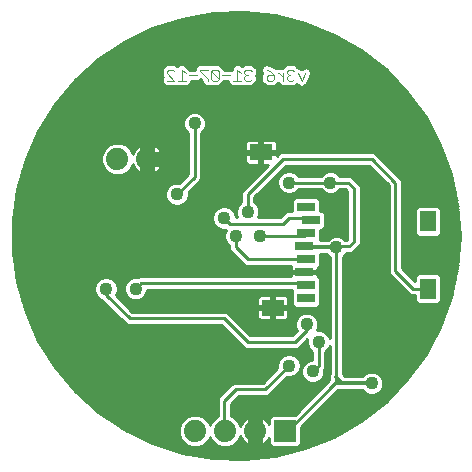
<source format=gbl>
G75*
G70*
%OFA0B0*%
%FSLAX24Y24*%
%IPPOS*%
%LPD*%
%AMOC8*
5,1,8,0,0,1.08239X$1,22.5*
%
%ADD10C,0.0030*%
%ADD11R,0.0551X0.0709*%
%ADD12R,0.0748X0.0551*%
%ADD13R,0.0591X0.0315*%
%ADD14R,0.0740X0.0740*%
%ADD15C,0.0740*%
%ADD16C,0.0436*%
%ADD17C,0.0100*%
%ADD18C,0.0500*%
%ADD19C,0.0120*%
D10*
X005532Y012993D02*
X005779Y012993D01*
X005532Y013240D01*
X005532Y013302D01*
X005594Y013364D01*
X005717Y013364D01*
X005779Y013302D01*
X005900Y012993D02*
X006147Y012993D01*
X006024Y012993D02*
X006024Y013364D01*
X006147Y013240D01*
X006269Y013179D02*
X006516Y013179D01*
X006637Y013302D02*
X006637Y013364D01*
X006884Y013364D01*
X007005Y013302D02*
X007252Y013055D01*
X007190Y012993D01*
X007067Y012993D01*
X007005Y013055D01*
X007005Y013302D01*
X007067Y013364D01*
X007190Y013364D01*
X007252Y013302D01*
X007252Y013055D01*
X007374Y013179D02*
X007620Y013179D01*
X007742Y012993D02*
X007989Y012993D01*
X007865Y012993D02*
X007865Y013364D01*
X007989Y013240D01*
X008110Y013240D02*
X008172Y013179D01*
X008110Y013117D01*
X008110Y013055D01*
X008172Y012993D01*
X008295Y012993D01*
X008357Y013055D01*
X008234Y013179D02*
X008172Y013179D01*
X008110Y013240D02*
X008110Y013302D01*
X008172Y013364D01*
X008295Y013364D01*
X008357Y013302D01*
X008847Y013364D02*
X008970Y013302D01*
X009094Y013179D01*
X008909Y013179D01*
X008847Y013117D01*
X008847Y013055D01*
X008909Y012993D01*
X009032Y012993D01*
X009094Y013055D01*
X009094Y013179D01*
X009216Y013240D02*
X009277Y013240D01*
X009401Y013117D01*
X009522Y013117D02*
X009522Y013055D01*
X009584Y012993D01*
X009707Y012993D01*
X009769Y013055D01*
X009646Y013179D02*
X009584Y013179D01*
X009522Y013117D01*
X009584Y013179D02*
X009522Y013240D01*
X009522Y013302D01*
X009584Y013364D01*
X009707Y013364D01*
X009769Y013302D01*
X009890Y013240D02*
X010014Y012993D01*
X010137Y013240D01*
X009401Y013240D02*
X009401Y012993D01*
X006884Y013055D02*
X006884Y012993D01*
X006884Y013055D02*
X006637Y013302D01*
D11*
X014229Y008304D03*
X014229Y006059D03*
D12*
X009052Y005430D03*
X008658Y010607D03*
D13*
X010174Y008772D03*
X010331Y008339D03*
X010174Y007906D03*
X010095Y007473D03*
X010174Y007040D03*
X010095Y006607D03*
X010174Y006174D03*
X010174Y005741D03*
D14*
X009464Y001319D03*
D15*
X008464Y001319D03*
X007464Y001319D03*
X006464Y001319D03*
X004874Y010386D03*
X003874Y010386D03*
D16*
X005367Y011863D03*
X006449Y011567D03*
X005859Y009205D03*
X007433Y008418D03*
X007827Y007827D03*
X008615Y007827D03*
X008221Y008615D03*
X009599Y009599D03*
X010977Y009599D03*
X011075Y008811D03*
X011174Y007433D03*
X012059Y006941D03*
X012453Y008615D03*
X014717Y007237D03*
X010583Y004284D03*
X010189Y004874D03*
X009599Y003496D03*
X010386Y003300D03*
X009796Y002512D03*
X008516Y003693D03*
X011370Y001922D03*
X012355Y002906D03*
X004678Y007237D03*
X004481Y006056D03*
X003496Y006056D03*
X003890Y004481D03*
X001528Y005071D03*
X001331Y007729D03*
X003496Y013142D03*
X011075Y013536D03*
D17*
X001794Y003444D02*
X002463Y002647D01*
X003236Y001951D01*
X004099Y001369D01*
X005034Y000913D01*
X006023Y000592D01*
X007048Y000411D01*
X008087Y000375D01*
X009122Y000483D01*
X010132Y000735D01*
X011096Y001125D01*
X011997Y001645D01*
X012817Y002285D01*
X013540Y003034D01*
X014151Y003875D01*
X014640Y004794D01*
X014995Y005772D01*
X015212Y006789D01*
X015284Y007827D01*
X015212Y008865D01*
X014995Y009883D01*
X014640Y010860D01*
X014151Y011779D01*
X013540Y012621D01*
X012817Y013369D01*
X012817Y013369D01*
X011997Y014009D01*
X011997Y014009D01*
X011096Y014530D01*
X010132Y014919D01*
X009122Y015171D01*
X008087Y015280D01*
X007048Y015243D01*
X006023Y015063D01*
X005034Y014741D01*
X004099Y014285D01*
X003236Y013703D01*
X002463Y013007D01*
X001794Y012210D01*
X001243Y011328D01*
X000820Y010378D01*
X000533Y009378D01*
X000388Y008347D01*
X000388Y007307D01*
X000533Y006277D01*
X000820Y005277D01*
X001243Y004326D01*
X001794Y003444D01*
X001831Y003401D02*
X009192Y003401D01*
X009211Y003419D02*
X008720Y002929D01*
X007736Y002929D01*
X007342Y002535D01*
X007213Y002406D01*
X007213Y001800D01*
X007158Y001777D01*
X007006Y001625D01*
X006964Y001523D01*
X006922Y001625D01*
X006770Y001777D01*
X006571Y001859D01*
X006357Y001859D01*
X006158Y001777D01*
X006006Y001625D01*
X005924Y001427D01*
X005924Y001212D01*
X006006Y001014D01*
X006158Y000862D01*
X006357Y000779D01*
X006571Y000779D01*
X006770Y000862D01*
X006922Y001014D01*
X006964Y001115D01*
X007006Y001014D01*
X007158Y000862D01*
X007357Y000779D01*
X007571Y000779D01*
X007770Y000862D01*
X007922Y001014D01*
X007975Y001142D01*
X007982Y001120D01*
X008019Y001047D01*
X008067Y000981D01*
X008125Y000923D01*
X008191Y000875D01*
X008264Y000838D01*
X008342Y000812D01*
X008414Y000801D01*
X008414Y001269D01*
X008514Y001269D01*
X008514Y000801D01*
X008586Y000812D01*
X008664Y000838D01*
X008737Y000875D01*
X008803Y000923D01*
X008861Y000981D01*
X008909Y001047D01*
X008924Y001077D01*
X008924Y000879D01*
X009024Y000779D01*
X009904Y000779D01*
X010004Y000879D01*
X010004Y001453D01*
X011227Y002676D01*
X012036Y002676D01*
X012135Y002577D01*
X012278Y002518D01*
X012432Y002518D01*
X012575Y002577D01*
X012684Y002686D01*
X012743Y002829D01*
X012743Y002983D01*
X012684Y003126D01*
X012575Y003235D01*
X012432Y003294D01*
X012278Y003294D01*
X012135Y003235D01*
X012036Y003136D01*
X011466Y003136D01*
X011394Y003208D01*
X011394Y007105D01*
X011503Y007214D01*
X011519Y007253D01*
X011698Y007253D01*
X011855Y007410D01*
X011984Y007539D01*
X011984Y009493D01*
X011787Y009690D01*
X011658Y009819D01*
X011306Y009819D01*
X011197Y009928D01*
X011054Y009987D01*
X010900Y009987D01*
X010757Y009928D01*
X010648Y009819D01*
X009928Y009819D01*
X009819Y009928D01*
X009676Y009987D01*
X009522Y009987D01*
X009379Y009928D01*
X009270Y009819D01*
X009211Y009676D01*
X009211Y009522D01*
X009270Y009379D01*
X009379Y009270D01*
X009522Y009211D01*
X009676Y009211D01*
X009819Y009270D01*
X009928Y009379D01*
X010648Y009379D01*
X010757Y009270D01*
X010900Y009211D01*
X011054Y009211D01*
X011197Y009270D01*
X011306Y009379D01*
X011476Y009379D01*
X011544Y009311D01*
X011544Y007721D01*
X011516Y007693D01*
X011463Y007693D01*
X011393Y007762D01*
X011251Y007822D01*
X011096Y007822D01*
X010954Y007762D01*
X010884Y007693D01*
X010639Y007693D01*
X010639Y008011D01*
X010697Y008011D01*
X010796Y008111D01*
X010796Y008567D01*
X010697Y008666D01*
X010639Y008666D01*
X010639Y009000D01*
X010539Y009100D01*
X009808Y009100D01*
X009708Y009000D01*
X009708Y008638D01*
X009508Y008638D01*
X009379Y008509D01*
X009311Y008441D01*
X008569Y008441D01*
X008609Y008537D01*
X008609Y008692D01*
X008550Y008834D01*
X008441Y008943D01*
X008441Y009114D01*
X009493Y010166D01*
X012264Y010166D01*
X012922Y009508D01*
X012922Y006555D01*
X013051Y006426D01*
X013638Y005839D01*
X013783Y005839D01*
X013783Y005635D01*
X013883Y005535D01*
X014575Y005535D01*
X014674Y005635D01*
X014674Y006484D01*
X014575Y006584D01*
X013883Y006584D01*
X013783Y006484D01*
X013783Y006316D01*
X013362Y006737D01*
X013362Y009690D01*
X012575Y010477D01*
X012446Y010606D01*
X009311Y010606D01*
X009182Y010477D01*
X009182Y010557D01*
X008708Y010557D01*
X008708Y010657D01*
X008608Y010657D01*
X008608Y011032D01*
X008264Y011032D01*
X008226Y011022D01*
X008192Y011002D01*
X008164Y010974D01*
X008144Y010940D01*
X008134Y010902D01*
X008134Y010657D01*
X008608Y010657D01*
X008608Y010557D01*
X008134Y010557D01*
X008134Y010311D01*
X008144Y010273D01*
X008164Y010239D01*
X008192Y010211D01*
X008226Y010191D01*
X008264Y010181D01*
X008608Y010181D01*
X008608Y010557D01*
X008708Y010557D01*
X008708Y010181D01*
X008886Y010181D01*
X008130Y009425D01*
X008001Y009296D01*
X008001Y008943D01*
X007892Y008834D01*
X007833Y008692D01*
X007833Y008537D01*
X007873Y008441D01*
X007822Y008441D01*
X007822Y008495D01*
X007762Y008638D01*
X007653Y008747D01*
X007511Y008806D01*
X007356Y008806D01*
X007214Y008747D01*
X007104Y008638D01*
X007045Y008495D01*
X007045Y008341D01*
X007104Y008198D01*
X007214Y008089D01*
X007356Y008030D01*
X007491Y008030D01*
X007439Y007904D01*
X007439Y007750D01*
X007498Y007607D01*
X007607Y007498D01*
X007607Y007342D01*
X008001Y006949D01*
X008130Y006820D01*
X009659Y006820D01*
X009650Y006784D01*
X009650Y006635D01*
X010066Y006635D01*
X010066Y006578D01*
X009650Y006578D01*
X009650Y006472D01*
X004586Y006472D01*
X004558Y006444D01*
X004404Y006444D01*
X004261Y006385D01*
X004152Y006275D01*
X004093Y006133D01*
X004093Y005978D01*
X004152Y005836D01*
X004261Y005726D01*
X004404Y005667D01*
X004558Y005667D01*
X004701Y005726D01*
X004810Y005836D01*
X004869Y005978D01*
X004869Y006032D01*
X009708Y006032D01*
X009708Y005513D01*
X009808Y005413D01*
X010539Y005413D01*
X010639Y005513D01*
X010639Y006402D01*
X010540Y006500D01*
X010540Y006578D01*
X010124Y006578D01*
X010124Y006635D01*
X010540Y006635D01*
X010540Y006713D01*
X010639Y006812D01*
X010639Y007213D01*
X010845Y007213D01*
X010954Y007105D01*
X010954Y004403D01*
X010912Y004504D01*
X010803Y004613D01*
X010660Y004672D01*
X010526Y004672D01*
X010577Y004797D01*
X010577Y004952D01*
X010518Y005094D01*
X010409Y005203D01*
X010267Y005263D01*
X010112Y005263D01*
X009970Y005203D01*
X009860Y005094D01*
X009801Y004952D01*
X009801Y004797D01*
X009859Y004658D01*
X009705Y004504D01*
X008312Y004504D01*
X007525Y005291D01*
X004375Y005291D01*
X003827Y005839D01*
X003885Y005978D01*
X003885Y006133D01*
X003825Y006275D01*
X003716Y006385D01*
X003574Y006444D01*
X003419Y006444D01*
X003277Y006385D01*
X003167Y006275D01*
X003108Y006133D01*
X003108Y005978D01*
X003167Y005836D01*
X003277Y005726D01*
X003346Y005698D01*
X004064Y004980D01*
X004193Y004851D01*
X007342Y004851D01*
X008001Y004193D01*
X008130Y004064D01*
X009887Y004064D01*
X010016Y004193D01*
X010203Y004380D01*
X010195Y004361D01*
X010195Y004207D01*
X010254Y004064D01*
X010363Y003955D01*
X010363Y003688D01*
X010309Y003688D01*
X010166Y003629D01*
X010057Y003519D01*
X009998Y003377D01*
X009998Y003222D01*
X010057Y003080D01*
X010166Y002971D01*
X010309Y002911D01*
X010463Y002911D01*
X010606Y002971D01*
X010715Y003080D01*
X010774Y003222D01*
X010774Y003377D01*
X010803Y003405D01*
X010803Y003955D01*
X010912Y004064D01*
X010954Y004164D01*
X010954Y003208D01*
X010944Y003198D01*
X010944Y003015D01*
X009788Y001859D01*
X009024Y001859D01*
X008924Y001760D01*
X008924Y001562D01*
X008909Y001592D01*
X008861Y001658D01*
X008803Y001716D01*
X008737Y001764D01*
X008664Y001801D01*
X008586Y001827D01*
X008514Y001838D01*
X008514Y001369D01*
X008414Y001369D01*
X008414Y001838D01*
X008342Y001827D01*
X008264Y001801D01*
X008191Y001764D01*
X008125Y001716D01*
X008067Y001658D01*
X008019Y001592D01*
X007982Y001519D01*
X007975Y001497D01*
X007922Y001625D01*
X007770Y001777D01*
X007653Y001825D01*
X007653Y002224D01*
X007918Y002489D01*
X008903Y002489D01*
X009031Y002618D01*
X009522Y003108D01*
X009676Y003108D01*
X009819Y003167D01*
X009928Y003277D01*
X009987Y003419D01*
X009987Y003574D01*
X009928Y003716D01*
X009819Y003825D01*
X009676Y003885D01*
X009522Y003885D01*
X009379Y003825D01*
X009270Y003716D01*
X009211Y003574D01*
X009211Y003419D01*
X009211Y003499D02*
X001760Y003499D01*
X001698Y003598D02*
X009221Y003598D01*
X009261Y003696D02*
X001637Y003696D01*
X001575Y003795D02*
X009348Y003795D01*
X009599Y003496D02*
X008811Y002709D01*
X007827Y002709D01*
X007433Y002315D01*
X007433Y001350D01*
X007464Y001319D01*
X007082Y000938D02*
X006846Y000938D01*
X006931Y001037D02*
X006997Y001037D01*
X007212Y000840D02*
X006716Y000840D01*
X006293Y000544D02*
X009366Y000544D01*
X008964Y000840D02*
X008667Y000840D01*
X008514Y000840D02*
X008414Y000840D01*
X008414Y000938D02*
X008514Y000938D01*
X008514Y001037D02*
X008414Y001037D01*
X008414Y001135D02*
X008514Y001135D01*
X008514Y001234D02*
X008414Y001234D01*
X008414Y001431D02*
X008514Y001431D01*
X008514Y001529D02*
X008414Y001529D01*
X008414Y001628D02*
X008514Y001628D01*
X008514Y001726D02*
X008414Y001726D01*
X008414Y001825D02*
X008514Y001825D01*
X008592Y001825D02*
X008989Y001825D01*
X008924Y001726D02*
X008789Y001726D01*
X008883Y001628D02*
X008924Y001628D01*
X008336Y001825D02*
X007656Y001825D01*
X007653Y001923D02*
X009852Y001923D01*
X009950Y002022D02*
X007653Y002022D01*
X007653Y002120D02*
X010049Y002120D01*
X010147Y002219D02*
X007653Y002219D01*
X007746Y002317D02*
X010246Y002317D01*
X010344Y002416D02*
X007845Y002416D01*
X007518Y002711D02*
X002409Y002711D01*
X002327Y002810D02*
X007616Y002810D01*
X007715Y002908D02*
X002244Y002908D01*
X002161Y003007D02*
X008798Y003007D01*
X008896Y003105D02*
X002079Y003105D01*
X001996Y003204D02*
X008995Y003204D01*
X009093Y003302D02*
X001913Y003302D01*
X001514Y003893D02*
X010363Y003893D01*
X010363Y003795D02*
X009850Y003795D01*
X009936Y003696D02*
X010363Y003696D01*
X010583Y003496D02*
X010386Y003300D01*
X010583Y003496D02*
X010583Y004284D01*
X010327Y003992D02*
X001452Y003992D01*
X001390Y004090D02*
X008104Y004090D01*
X008005Y004189D02*
X001329Y004189D01*
X001267Y004287D02*
X007907Y004287D01*
X007808Y004386D02*
X001216Y004386D01*
X001173Y004484D02*
X007710Y004484D01*
X007611Y004583D02*
X001129Y004583D01*
X001085Y004681D02*
X007513Y004681D01*
X007414Y004780D02*
X001041Y004780D01*
X000997Y004878D02*
X004166Y004878D01*
X004067Y004977D02*
X000953Y004977D01*
X000910Y005075D02*
X003969Y005075D01*
X003870Y005174D02*
X000866Y005174D01*
X000822Y005272D02*
X003772Y005272D01*
X003673Y005371D02*
X000793Y005371D01*
X000765Y005469D02*
X003575Y005469D01*
X003476Y005568D02*
X000736Y005568D01*
X000708Y005666D02*
X003378Y005666D01*
X003239Y005765D02*
X000680Y005765D01*
X000652Y005863D02*
X003156Y005863D01*
X003115Y005962D02*
X000623Y005962D01*
X000595Y006060D02*
X003108Y006060D01*
X003119Y006159D02*
X000567Y006159D01*
X000539Y006257D02*
X003160Y006257D01*
X003248Y006356D02*
X000522Y006356D01*
X000508Y006454D02*
X004568Y006454D01*
X004678Y006252D02*
X010095Y006252D01*
X010174Y006174D01*
X010639Y006159D02*
X010954Y006159D01*
X010954Y006257D02*
X010639Y006257D01*
X010639Y006356D02*
X010954Y006356D01*
X010954Y006454D02*
X010586Y006454D01*
X010540Y006553D02*
X010954Y006553D01*
X010954Y006651D02*
X010540Y006651D01*
X010577Y006750D02*
X010954Y006750D01*
X010954Y006848D02*
X010639Y006848D01*
X010639Y006947D02*
X010954Y006947D01*
X010954Y007045D02*
X010639Y007045D01*
X010639Y007144D02*
X010915Y007144D01*
X011174Y007433D02*
X011174Y003103D01*
X011174Y002906D01*
X011146Y002906D01*
X009559Y001319D01*
X009464Y001319D01*
X010004Y001332D02*
X011455Y001332D01*
X011285Y001234D02*
X010004Y001234D01*
X010004Y001135D02*
X011114Y001135D01*
X010878Y001037D02*
X010004Y001037D01*
X010004Y000938D02*
X010634Y000938D01*
X010390Y000840D02*
X009964Y000840D01*
X010146Y000741D02*
X005563Y000741D01*
X005260Y000840D02*
X006212Y000840D01*
X006082Y000938D02*
X004982Y000938D01*
X004780Y001037D02*
X005997Y001037D01*
X005956Y001135D02*
X004578Y001135D01*
X004377Y001234D02*
X005924Y001234D01*
X005924Y001332D02*
X004175Y001332D01*
X004008Y001431D02*
X005926Y001431D01*
X005966Y001529D02*
X003861Y001529D01*
X003715Y001628D02*
X006008Y001628D01*
X006107Y001726D02*
X003569Y001726D01*
X003423Y001825D02*
X006272Y001825D01*
X006656Y001825D02*
X007213Y001825D01*
X007213Y001923D02*
X003277Y001923D01*
X003158Y002022D02*
X007213Y002022D01*
X007213Y002120D02*
X003048Y002120D01*
X002939Y002219D02*
X007213Y002219D01*
X007213Y002317D02*
X002829Y002317D01*
X002720Y002416D02*
X007222Y002416D01*
X007321Y002514D02*
X002611Y002514D01*
X002501Y002613D02*
X007419Y002613D01*
X007107Y001726D02*
X006821Y001726D01*
X006920Y001628D02*
X007008Y001628D01*
X006966Y001529D02*
X006962Y001529D01*
X007821Y001726D02*
X008139Y001726D01*
X008045Y001628D02*
X007920Y001628D01*
X007962Y001529D02*
X007987Y001529D01*
X007972Y001135D02*
X007977Y001135D01*
X007931Y001037D02*
X008027Y001037D01*
X008110Y000938D02*
X007846Y000938D01*
X007716Y000840D02*
X008261Y000840D01*
X008763Y000446D02*
X006851Y000446D01*
X005866Y000643D02*
X009761Y000643D01*
X010004Y001431D02*
X011626Y001431D01*
X011796Y001529D02*
X010080Y001529D01*
X010179Y001628D02*
X011967Y001628D01*
X012101Y001726D02*
X010277Y001726D01*
X010376Y001825D02*
X012227Y001825D01*
X012353Y001923D02*
X010474Y001923D01*
X010573Y002022D02*
X012479Y002022D01*
X012605Y002120D02*
X010671Y002120D01*
X010770Y002219D02*
X012731Y002219D01*
X012847Y002317D02*
X010868Y002317D01*
X010967Y002416D02*
X012943Y002416D01*
X013038Y002514D02*
X011065Y002514D01*
X011164Y002613D02*
X012099Y002613D01*
X012610Y002613D02*
X013133Y002613D01*
X013228Y002711D02*
X012694Y002711D01*
X012735Y002810D02*
X013323Y002810D01*
X013418Y002908D02*
X012743Y002908D01*
X012733Y003007D02*
X013513Y003007D01*
X013591Y003105D02*
X012692Y003105D01*
X012606Y003204D02*
X013663Y003204D01*
X013735Y003302D02*
X011394Y003302D01*
X011394Y003401D02*
X013806Y003401D01*
X013878Y003499D02*
X011394Y003499D01*
X011394Y003598D02*
X013949Y003598D01*
X014021Y003696D02*
X011394Y003696D01*
X011394Y003795D02*
X014092Y003795D01*
X014161Y003893D02*
X011394Y003893D01*
X011394Y003992D02*
X014213Y003992D01*
X014265Y004090D02*
X011394Y004090D01*
X011394Y004189D02*
X014318Y004189D01*
X014370Y004287D02*
X011394Y004287D01*
X011394Y004386D02*
X014422Y004386D01*
X014475Y004484D02*
X011394Y004484D01*
X011394Y004583D02*
X014527Y004583D01*
X014580Y004681D02*
X011394Y004681D01*
X011394Y004780D02*
X014632Y004780D01*
X014670Y004878D02*
X011394Y004878D01*
X011394Y004977D02*
X014706Y004977D01*
X014742Y005075D02*
X011394Y005075D01*
X011394Y005174D02*
X014778Y005174D01*
X014814Y005272D02*
X011394Y005272D01*
X011394Y005371D02*
X014849Y005371D01*
X014885Y005469D02*
X011394Y005469D01*
X011394Y005568D02*
X013850Y005568D01*
X013783Y005666D02*
X011394Y005666D01*
X011394Y005765D02*
X013783Y005765D01*
X013614Y005863D02*
X011394Y005863D01*
X011394Y005962D02*
X013516Y005962D01*
X013417Y006060D02*
X011394Y006060D01*
X011394Y006159D02*
X013319Y006159D01*
X013220Y006257D02*
X011394Y006257D01*
X011394Y006356D02*
X013122Y006356D01*
X013023Y006454D02*
X011394Y006454D01*
X011394Y006553D02*
X012925Y006553D01*
X012922Y006651D02*
X011394Y006651D01*
X011394Y006750D02*
X012922Y006750D01*
X012922Y006848D02*
X011394Y006848D01*
X011394Y006947D02*
X012922Y006947D01*
X012922Y007045D02*
X011394Y007045D01*
X011433Y007144D02*
X012922Y007144D01*
X012922Y007242D02*
X011514Y007242D01*
X011607Y007473D02*
X011764Y007630D01*
X011764Y009402D01*
X011567Y009599D01*
X010977Y009599D01*
X009599Y009599D01*
X009859Y009311D02*
X010716Y009311D01*
X010896Y009212D02*
X009679Y009212D01*
X009518Y009212D02*
X008539Y009212D01*
X008441Y009114D02*
X011544Y009114D01*
X011544Y009212D02*
X011057Y009212D01*
X011237Y009311D02*
X011544Y009311D01*
X011544Y009015D02*
X010624Y009015D01*
X010639Y008917D02*
X011544Y008917D01*
X011544Y008818D02*
X010639Y008818D01*
X010639Y008720D02*
X011544Y008720D01*
X011544Y008621D02*
X010742Y008621D01*
X010796Y008523D02*
X011544Y008523D01*
X011544Y008424D02*
X010796Y008424D01*
X010796Y008326D02*
X011544Y008326D01*
X011544Y008227D02*
X010796Y008227D01*
X010796Y008129D02*
X011544Y008129D01*
X011544Y008030D02*
X010715Y008030D01*
X010639Y007932D02*
X011544Y007932D01*
X011544Y007833D02*
X010639Y007833D01*
X010639Y007735D02*
X010926Y007735D01*
X011174Y007433D02*
X010134Y007433D01*
X010095Y007473D01*
X011607Y007473D01*
X011786Y007341D02*
X012922Y007341D01*
X012922Y007439D02*
X011884Y007439D01*
X011983Y007538D02*
X012922Y007538D01*
X012922Y007636D02*
X011984Y007636D01*
X011984Y007735D02*
X012922Y007735D01*
X012922Y007833D02*
X011984Y007833D01*
X011984Y007932D02*
X012922Y007932D01*
X012922Y008030D02*
X011984Y008030D01*
X011984Y008129D02*
X012922Y008129D01*
X012922Y008227D02*
X011984Y008227D01*
X011984Y008326D02*
X012922Y008326D01*
X012922Y008424D02*
X011984Y008424D01*
X011984Y008523D02*
X012922Y008523D01*
X012922Y008621D02*
X011984Y008621D01*
X011984Y008720D02*
X012922Y008720D01*
X012922Y008818D02*
X011984Y008818D01*
X011984Y008917D02*
X012922Y008917D01*
X012922Y009015D02*
X011984Y009015D01*
X011984Y009114D02*
X012922Y009114D01*
X012922Y009212D02*
X011984Y009212D01*
X011984Y009311D02*
X012922Y009311D01*
X012922Y009409D02*
X011984Y009409D01*
X011970Y009508D02*
X012922Y009508D01*
X012824Y009606D02*
X011871Y009606D01*
X011773Y009705D02*
X012725Y009705D01*
X012627Y009803D02*
X011674Y009803D01*
X011223Y009902D02*
X012528Y009902D01*
X012430Y010000D02*
X009327Y010000D01*
X009353Y009902D02*
X009228Y009902D01*
X009263Y009803D02*
X009130Y009803D01*
X009223Y009705D02*
X009031Y009705D01*
X008933Y009606D02*
X009211Y009606D01*
X009217Y009508D02*
X008834Y009508D01*
X008736Y009409D02*
X009257Y009409D01*
X009338Y009311D02*
X008637Y009311D01*
X008441Y009015D02*
X009723Y009015D01*
X009708Y008917D02*
X008468Y008917D01*
X008557Y008818D02*
X009708Y008818D01*
X009708Y008720D02*
X008597Y008720D01*
X008609Y008621D02*
X009491Y008621D01*
X009392Y008523D02*
X008603Y008523D01*
X008221Y008615D02*
X008221Y009205D01*
X009402Y010386D01*
X012355Y010386D01*
X013142Y009599D01*
X013142Y006646D01*
X013729Y006059D01*
X014229Y006059D01*
X014674Y006060D02*
X015057Y006060D01*
X015078Y006159D02*
X014674Y006159D01*
X014674Y006257D02*
X015099Y006257D01*
X015120Y006356D02*
X014674Y006356D01*
X014674Y006454D02*
X015140Y006454D01*
X015161Y006553D02*
X014606Y006553D01*
X015182Y006651D02*
X013448Y006651D01*
X013362Y006750D02*
X015203Y006750D01*
X015212Y006789D02*
X015212Y006789D01*
X015216Y006848D02*
X013362Y006848D01*
X013362Y006947D02*
X015223Y006947D01*
X015230Y007045D02*
X013362Y007045D01*
X013362Y007144D02*
X015237Y007144D01*
X015243Y007242D02*
X013362Y007242D01*
X013362Y007341D02*
X015250Y007341D01*
X015257Y007439D02*
X013362Y007439D01*
X013362Y007538D02*
X015264Y007538D01*
X015271Y007636D02*
X013362Y007636D01*
X013362Y007735D02*
X015278Y007735D01*
X015284Y007833D02*
X014629Y007833D01*
X014674Y007879D02*
X014674Y008728D01*
X014575Y008828D01*
X013883Y008828D01*
X013783Y008728D01*
X013783Y007879D01*
X013883Y007779D01*
X014575Y007779D01*
X014674Y007879D01*
X014674Y007932D02*
X015277Y007932D01*
X015270Y008030D02*
X014674Y008030D01*
X014674Y008129D02*
X015263Y008129D01*
X015256Y008227D02*
X014674Y008227D01*
X014674Y008326D02*
X015249Y008326D01*
X015243Y008424D02*
X014674Y008424D01*
X014674Y008523D02*
X015236Y008523D01*
X015229Y008621D02*
X014674Y008621D01*
X014674Y008720D02*
X015222Y008720D01*
X015215Y008818D02*
X014585Y008818D01*
X015201Y008917D02*
X013362Y008917D01*
X013362Y009015D02*
X015180Y009015D01*
X015159Y009114D02*
X013362Y009114D01*
X013362Y009212D02*
X015138Y009212D01*
X015117Y009311D02*
X013362Y009311D01*
X013362Y009409D02*
X015096Y009409D01*
X015075Y009508D02*
X013362Y009508D01*
X013362Y009606D02*
X015054Y009606D01*
X015033Y009705D02*
X013348Y009705D01*
X013249Y009803D02*
X015012Y009803D01*
X014989Y009902D02*
X013151Y009902D01*
X013052Y010000D02*
X014953Y010000D01*
X014917Y010099D02*
X012954Y010099D01*
X012855Y010197D02*
X014881Y010197D01*
X014845Y010296D02*
X012757Y010296D01*
X012658Y010394D02*
X014809Y010394D01*
X014773Y010493D02*
X012560Y010493D01*
X012461Y010591D02*
X014738Y010591D01*
X014702Y010690D02*
X009182Y010690D01*
X009182Y010657D02*
X009182Y010902D01*
X009172Y010940D01*
X009152Y010974D01*
X009124Y011002D01*
X009090Y011022D01*
X009052Y011032D01*
X008708Y011032D01*
X008708Y010657D01*
X009182Y010657D01*
X009182Y010788D02*
X014666Y010788D01*
X014626Y010887D02*
X009182Y010887D01*
X009141Y010985D02*
X014573Y010985D01*
X014521Y011084D02*
X006669Y011084D01*
X006669Y011182D02*
X014469Y011182D01*
X014416Y011281D02*
X006711Y011281D01*
X006669Y011238D02*
X006778Y011347D01*
X006837Y011490D01*
X006837Y011645D01*
X006778Y011787D01*
X006669Y011896D01*
X006526Y011955D01*
X006372Y011955D01*
X006229Y011896D01*
X006120Y011787D01*
X006061Y011645D01*
X006061Y011490D01*
X006120Y011347D01*
X006229Y011238D01*
X006229Y009887D01*
X005936Y009593D01*
X005781Y009593D01*
X005639Y009534D01*
X005530Y009425D01*
X005471Y009282D01*
X005471Y009128D01*
X005530Y008985D01*
X005639Y008876D01*
X005781Y008817D01*
X005936Y008817D01*
X006079Y008876D01*
X006188Y008985D01*
X006247Y009128D01*
X006247Y009282D01*
X006669Y009705D01*
X006669Y011238D01*
X006791Y011379D02*
X014364Y011379D01*
X014311Y011478D02*
X006832Y011478D01*
X006837Y011576D02*
X014259Y011576D01*
X014207Y011675D02*
X006825Y011675D01*
X006784Y011773D02*
X014154Y011773D01*
X014084Y011872D02*
X006694Y011872D01*
X006449Y011567D02*
X006449Y009796D01*
X005859Y009205D01*
X006247Y009212D02*
X008001Y009212D01*
X008001Y009114D02*
X006241Y009114D01*
X006200Y009015D02*
X008001Y009015D01*
X007974Y008917D02*
X006119Y008917D01*
X005938Y008818D02*
X007885Y008818D01*
X007844Y008720D02*
X007681Y008720D01*
X007769Y008621D02*
X007833Y008621D01*
X007839Y008523D02*
X007810Y008523D01*
X007630Y008221D02*
X009402Y008221D01*
X009599Y008418D01*
X010252Y008418D01*
X010331Y008339D01*
X010174Y007906D02*
X010095Y007827D01*
X008615Y007827D01*
X007904Y007045D02*
X000425Y007045D01*
X000439Y006947D02*
X008003Y006947D01*
X008101Y006848D02*
X000453Y006848D01*
X000467Y006750D02*
X009650Y006750D01*
X009650Y006651D02*
X000480Y006651D01*
X000494Y006553D02*
X009650Y006553D01*
X009708Y005962D02*
X004862Y005962D01*
X004821Y005863D02*
X009708Y005863D01*
X009708Y005765D02*
X009565Y005765D01*
X009565Y005763D02*
X009546Y005797D01*
X009518Y005825D01*
X009483Y005845D01*
X009445Y005855D01*
X009102Y005855D01*
X009102Y005480D01*
X009002Y005480D01*
X009002Y005855D01*
X008658Y005855D01*
X008620Y005845D01*
X008585Y005825D01*
X008558Y005797D01*
X008538Y005763D01*
X008528Y005725D01*
X008528Y005480D01*
X009002Y005480D01*
X009002Y005380D01*
X008528Y005380D01*
X008528Y005134D01*
X008538Y005096D01*
X008558Y005062D01*
X008585Y005034D01*
X008620Y005014D01*
X008658Y005004D01*
X009002Y005004D01*
X009002Y005380D01*
X009102Y005380D01*
X009102Y005480D01*
X009576Y005480D01*
X009576Y005725D01*
X009565Y005763D01*
X009576Y005666D02*
X009708Y005666D01*
X009708Y005568D02*
X009576Y005568D01*
X009576Y005380D02*
X009576Y005134D01*
X009565Y005096D01*
X009546Y005062D01*
X009518Y005034D01*
X009483Y005014D01*
X009445Y005004D01*
X009102Y005004D01*
X009102Y005380D01*
X009576Y005380D01*
X009576Y005371D02*
X010954Y005371D01*
X010954Y005469D02*
X010595Y005469D01*
X010639Y005568D02*
X010954Y005568D01*
X010954Y005666D02*
X010639Y005666D01*
X010639Y005765D02*
X010954Y005765D01*
X010954Y005863D02*
X010639Y005863D01*
X010639Y005962D02*
X010954Y005962D01*
X010954Y006060D02*
X010639Y006060D01*
X010954Y005272D02*
X009576Y005272D01*
X009576Y005174D02*
X009940Y005174D01*
X009852Y005075D02*
X009553Y005075D01*
X009812Y004977D02*
X007839Y004977D01*
X007741Y005075D02*
X008550Y005075D01*
X008528Y005174D02*
X007642Y005174D01*
X007544Y005272D02*
X008528Y005272D01*
X008528Y005371D02*
X004296Y005371D01*
X004197Y005469D02*
X009002Y005469D01*
X009002Y005371D02*
X009102Y005371D01*
X009102Y005469D02*
X009752Y005469D01*
X009801Y004878D02*
X007938Y004878D01*
X008036Y004780D02*
X009809Y004780D01*
X009849Y004681D02*
X008135Y004681D01*
X008233Y004583D02*
X009783Y004583D01*
X009796Y004284D02*
X008221Y004284D01*
X007433Y005071D01*
X004284Y005071D01*
X003496Y005859D01*
X003496Y006056D01*
X003885Y006060D02*
X004093Y006060D01*
X004100Y005962D02*
X003878Y005962D01*
X003837Y005863D02*
X004140Y005863D01*
X004223Y005765D02*
X003902Y005765D01*
X004000Y005666D02*
X008528Y005666D01*
X008528Y005568D02*
X004099Y005568D01*
X004481Y006056D02*
X004678Y006252D01*
X004232Y006356D02*
X003745Y006356D01*
X003833Y006257D02*
X004144Y006257D01*
X004103Y006159D02*
X003874Y006159D01*
X004739Y005765D02*
X008539Y005765D01*
X009002Y005765D02*
X009102Y005765D01*
X009102Y005666D02*
X009002Y005666D01*
X009002Y005568D02*
X009102Y005568D01*
X009102Y005272D02*
X009002Y005272D01*
X009002Y005174D02*
X009102Y005174D01*
X009102Y005075D02*
X009002Y005075D01*
X009796Y004284D02*
X010189Y004678D01*
X010189Y004874D01*
X010439Y005174D02*
X010954Y005174D01*
X010954Y005075D02*
X010526Y005075D01*
X010567Y004977D02*
X010954Y004977D01*
X010954Y004878D02*
X010577Y004878D01*
X010570Y004780D02*
X010954Y004780D01*
X010954Y004681D02*
X010529Y004681D01*
X010833Y004583D02*
X010954Y004583D01*
X010954Y004484D02*
X010920Y004484D01*
X010923Y004090D02*
X010954Y004090D01*
X010954Y003992D02*
X010840Y003992D01*
X010803Y003893D02*
X010954Y003893D01*
X010954Y003795D02*
X010803Y003795D01*
X010803Y003696D02*
X010954Y003696D01*
X010954Y003598D02*
X010803Y003598D01*
X010803Y003499D02*
X010954Y003499D01*
X010954Y003401D02*
X010798Y003401D01*
X010774Y003302D02*
X010954Y003302D01*
X010949Y003204D02*
X010767Y003204D01*
X010726Y003105D02*
X010944Y003105D01*
X010935Y003007D02*
X010642Y003007D01*
X010837Y002908D02*
X009321Y002908D01*
X009223Y002810D02*
X010738Y002810D01*
X010640Y002711D02*
X009124Y002711D01*
X009026Y002613D02*
X010541Y002613D01*
X010443Y002514D02*
X008927Y002514D01*
X009420Y003007D02*
X010130Y003007D01*
X010047Y003105D02*
X009518Y003105D01*
X009855Y003204D02*
X010006Y003204D01*
X009998Y003302D02*
X009938Y003302D01*
X009979Y003401D02*
X010008Y003401D01*
X009987Y003499D02*
X010049Y003499D01*
X009977Y003598D02*
X010135Y003598D01*
X010243Y004090D02*
X009913Y004090D01*
X010011Y004189D02*
X010202Y004189D01*
X010195Y004287D02*
X010110Y004287D01*
X011398Y003204D02*
X012103Y003204D01*
X014607Y005568D02*
X014921Y005568D01*
X014957Y005666D02*
X014674Y005666D01*
X014674Y005765D02*
X014993Y005765D01*
X015015Y005863D02*
X014674Y005863D01*
X014674Y005962D02*
X015036Y005962D01*
X013851Y006553D02*
X013547Y006553D01*
X013645Y006454D02*
X013783Y006454D01*
X013783Y006356D02*
X013744Y006356D01*
X013829Y007833D02*
X013362Y007833D01*
X013362Y007932D02*
X013783Y007932D01*
X013783Y008030D02*
X013362Y008030D01*
X013362Y008129D02*
X013783Y008129D01*
X013783Y008227D02*
X013362Y008227D01*
X013362Y008326D02*
X013783Y008326D01*
X013783Y008424D02*
X013362Y008424D01*
X013362Y008523D02*
X013783Y008523D01*
X013783Y008621D02*
X013362Y008621D01*
X013362Y008720D02*
X013783Y008720D01*
X013873Y008818D02*
X013362Y008818D01*
X012331Y010099D02*
X009425Y010099D01*
X009845Y009902D02*
X010731Y009902D01*
X009296Y010591D02*
X008708Y010591D01*
X008708Y010493D02*
X008608Y010493D01*
X008608Y010591D02*
X006669Y010591D01*
X006669Y010493D02*
X008134Y010493D01*
X008134Y010394D02*
X006669Y010394D01*
X006669Y010296D02*
X008138Y010296D01*
X008216Y010197D02*
X006669Y010197D01*
X006669Y010099D02*
X008803Y010099D01*
X008708Y010197D02*
X008608Y010197D01*
X008608Y010296D02*
X008708Y010296D01*
X008708Y010394D02*
X008608Y010394D01*
X008608Y010690D02*
X008708Y010690D01*
X008708Y010788D02*
X008608Y010788D01*
X008608Y010887D02*
X008708Y010887D01*
X008708Y010985D02*
X008608Y010985D01*
X008174Y010985D02*
X006669Y010985D01*
X006669Y010887D02*
X008134Y010887D01*
X008134Y010788D02*
X006669Y010788D01*
X006669Y010690D02*
X008134Y010690D01*
X008705Y010000D02*
X006669Y010000D01*
X006669Y009902D02*
X008606Y009902D01*
X008508Y009803D02*
X006669Y009803D01*
X006669Y009705D02*
X008409Y009705D01*
X008311Y009606D02*
X006571Y009606D01*
X006472Y009508D02*
X008212Y009508D01*
X008114Y009409D02*
X006374Y009409D01*
X006275Y009311D02*
X008015Y009311D01*
X007186Y008720D02*
X000440Y008720D01*
X000454Y008818D02*
X005779Y008818D01*
X005598Y008917D02*
X000468Y008917D01*
X000482Y009015D02*
X005517Y009015D01*
X005477Y009114D02*
X000496Y009114D01*
X000510Y009212D02*
X005471Y009212D01*
X005482Y009311D02*
X000524Y009311D01*
X000542Y009409D02*
X005523Y009409D01*
X005612Y009508D02*
X000570Y009508D01*
X000598Y009606D02*
X005948Y009606D01*
X006047Y009705D02*
X000627Y009705D01*
X000655Y009803D02*
X006145Y009803D01*
X006229Y009902D02*
X005065Y009902D01*
X005074Y009904D02*
X005147Y009941D01*
X005213Y009990D01*
X005271Y010047D01*
X005319Y010114D01*
X005356Y010187D01*
X005382Y010264D01*
X005393Y010336D01*
X004924Y010336D01*
X004924Y009868D01*
X004996Y009879D01*
X005074Y009904D01*
X004924Y009902D02*
X004824Y009902D01*
X004824Y009868D02*
X004824Y010336D01*
X004924Y010336D01*
X004924Y010436D01*
X004824Y010436D01*
X004824Y010905D01*
X004753Y010893D01*
X004675Y010868D01*
X004602Y010831D01*
X004536Y010783D01*
X004478Y010725D01*
X004430Y010659D01*
X004393Y010586D01*
X004385Y010564D01*
X004332Y010692D01*
X004180Y010844D01*
X003982Y010926D01*
X003767Y010926D01*
X003569Y010844D01*
X003417Y010692D01*
X003334Y010494D01*
X003334Y010279D01*
X003417Y010080D01*
X003569Y009928D01*
X003767Y009846D01*
X003982Y009846D01*
X004180Y009928D01*
X004332Y010080D01*
X004385Y010209D01*
X004393Y010187D01*
X004430Y010114D01*
X004478Y010047D01*
X004536Y009990D01*
X004602Y009941D01*
X004675Y009904D01*
X004753Y009879D01*
X004824Y009868D01*
X004824Y010000D02*
X004924Y010000D01*
X004924Y010099D02*
X004824Y010099D01*
X004824Y010197D02*
X004924Y010197D01*
X004924Y010296D02*
X004824Y010296D01*
X004924Y010394D02*
X006229Y010394D01*
X006229Y010296D02*
X005387Y010296D01*
X005360Y010197D02*
X006229Y010197D01*
X006229Y010099D02*
X005308Y010099D01*
X005224Y010000D02*
X006229Y010000D01*
X006229Y010493D02*
X005384Y010493D01*
X005382Y010508D02*
X005356Y010586D01*
X005319Y010659D01*
X005271Y010725D01*
X005213Y010783D01*
X005147Y010831D01*
X005074Y010868D01*
X004996Y010893D01*
X004924Y010905D01*
X004924Y010436D01*
X005393Y010436D01*
X005382Y010508D01*
X005354Y010591D02*
X006229Y010591D01*
X006229Y010690D02*
X005297Y010690D01*
X005206Y010788D02*
X006229Y010788D01*
X006229Y010887D02*
X005017Y010887D01*
X004924Y010887D02*
X004824Y010887D01*
X004731Y010887D02*
X004078Y010887D01*
X004236Y010788D02*
X004543Y010788D01*
X004452Y010690D02*
X004333Y010690D01*
X004374Y010591D02*
X004395Y010591D01*
X004381Y010197D02*
X004389Y010197D01*
X004340Y010099D02*
X004441Y010099D01*
X004525Y010000D02*
X004252Y010000D01*
X004115Y009902D02*
X004683Y009902D01*
X004824Y010493D02*
X004924Y010493D01*
X004924Y010591D02*
X004824Y010591D01*
X004824Y010690D02*
X004924Y010690D01*
X004924Y010788D02*
X004824Y010788D01*
X003671Y010887D02*
X001046Y010887D01*
X001090Y010985D02*
X006229Y010985D01*
X006229Y011084D02*
X001134Y011084D01*
X001178Y011182D02*
X006229Y011182D01*
X006187Y011281D02*
X001222Y011281D01*
X001275Y011379D02*
X006107Y011379D01*
X006066Y011478D02*
X001336Y011478D01*
X001398Y011576D02*
X006061Y011576D01*
X006074Y011675D02*
X001459Y011675D01*
X001521Y011773D02*
X006114Y011773D01*
X006205Y011872D02*
X001582Y011872D01*
X001644Y011970D02*
X014012Y011970D01*
X013941Y012069D02*
X001706Y012069D01*
X001767Y012167D02*
X013869Y012167D01*
X013798Y012266D02*
X001840Y012266D01*
X001923Y012364D02*
X013726Y012364D01*
X013654Y012463D02*
X002006Y012463D01*
X002088Y012561D02*
X013583Y012561D01*
X013502Y012660D02*
X002171Y012660D01*
X002254Y012758D02*
X013407Y012758D01*
X013312Y012857D02*
X010154Y012857D01*
X010152Y012855D02*
X010165Y012862D01*
X010185Y012922D01*
X010337Y013226D01*
X010289Y013371D01*
X010151Y013440D01*
X010014Y013394D01*
X009901Y013432D01*
X009892Y013440D01*
X009892Y013440D01*
X009868Y013465D01*
X009784Y013549D01*
X009706Y013549D01*
X009631Y013549D01*
X009631Y013549D01*
X009507Y013549D01*
X009445Y013487D01*
X009384Y013425D01*
X009139Y013425D01*
X009128Y013414D01*
X009122Y013433D01*
X009080Y013454D01*
X009047Y013487D01*
X009014Y013487D01*
X008861Y013563D01*
X008716Y013515D01*
X008647Y013378D01*
X008696Y013232D01*
X008699Y013231D01*
X008662Y013193D01*
X008662Y013132D01*
X008662Y013132D01*
X008662Y013087D01*
X008662Y013040D01*
X008662Y012978D01*
X008746Y012895D01*
X008770Y012870D01*
X008770Y012870D01*
X008832Y012808D01*
X008909Y012808D01*
X009109Y012808D01*
X009216Y012916D01*
X009324Y012808D01*
X009477Y012808D01*
X009492Y012823D01*
X009506Y012810D01*
X009507Y012808D01*
X009583Y012808D01*
X009784Y012808D01*
X009856Y012881D01*
X009863Y012862D01*
X009876Y012855D01*
X009883Y012842D01*
X009943Y012822D01*
X010000Y012794D01*
X010014Y012798D01*
X010028Y012794D01*
X010085Y012822D01*
X010145Y012842D01*
X010152Y012855D01*
X010202Y012955D02*
X013217Y012955D01*
X013122Y013054D02*
X010251Y013054D01*
X010300Y013152D02*
X013026Y013152D01*
X012931Y013251D02*
X010329Y013251D01*
X010296Y013349D02*
X012836Y013349D01*
X012716Y013448D02*
X009885Y013448D01*
X009787Y013546D02*
X012590Y013546D01*
X012464Y013645D02*
X003171Y013645D01*
X003061Y013546D02*
X005514Y013546D01*
X005517Y013549D02*
X005409Y013440D01*
X005347Y013379D01*
X005347Y013164D01*
X005394Y013117D01*
X005347Y013070D01*
X005347Y012917D01*
X005455Y012808D01*
X006224Y012808D01*
X006332Y012917D01*
X006332Y012994D01*
X006592Y012994D01*
X006638Y013039D01*
X006699Y012978D01*
X006699Y012917D01*
X006807Y012808D01*
X006960Y012808D01*
X006975Y012823D01*
X006989Y012810D01*
X006990Y012808D01*
X007066Y012808D01*
X007267Y012808D01*
X007329Y012870D01*
X007437Y012978D01*
X007437Y012994D01*
X007557Y012994D01*
X007557Y012917D01*
X007665Y012808D01*
X008065Y012808D01*
X008080Y012823D01*
X008094Y012810D01*
X008095Y012808D01*
X008171Y012808D01*
X008372Y012808D01*
X008542Y012978D01*
X008542Y013132D01*
X008495Y013179D01*
X008542Y013225D01*
X008542Y013379D01*
X008480Y013440D01*
X008456Y013465D01*
X008372Y013549D01*
X008295Y013549D01*
X008219Y013549D01*
X008219Y013549D01*
X008095Y013549D01*
X008019Y013472D01*
X007942Y013549D01*
X007789Y013549D01*
X007680Y013440D01*
X007680Y013364D01*
X007437Y013364D01*
X007437Y013379D01*
X007375Y013440D01*
X007375Y013440D01*
X007351Y013465D01*
X007267Y013549D01*
X007190Y013549D01*
X007114Y013549D01*
X007114Y013549D01*
X006990Y013549D01*
X006975Y013534D01*
X006960Y013549D01*
X006560Y013549D01*
X006452Y013440D01*
X006452Y013364D01*
X006286Y013364D01*
X006209Y013440D01*
X006100Y013549D01*
X005947Y013549D01*
X005870Y013472D01*
X005794Y013549D01*
X005718Y013549D01*
X005641Y013549D01*
X005641Y013549D01*
X005517Y013549D01*
X005416Y013448D02*
X002952Y013448D01*
X002842Y013349D02*
X005347Y013349D01*
X005347Y013251D02*
X002733Y013251D01*
X002624Y013152D02*
X005359Y013152D01*
X005347Y013054D02*
X002514Y013054D01*
X002419Y012955D02*
X005347Y012955D01*
X005407Y012857D02*
X002336Y012857D01*
X003295Y013743D02*
X012338Y013743D01*
X012212Y013842D02*
X003441Y013842D01*
X003587Y013940D02*
X012086Y013940D01*
X011947Y014039D02*
X003733Y014039D01*
X003879Y014137D02*
X011776Y014137D01*
X011606Y014236D02*
X004025Y014236D01*
X004199Y014334D02*
X011435Y014334D01*
X011264Y014433D02*
X004401Y014433D01*
X004602Y014531D02*
X011093Y014531D01*
X010849Y014630D02*
X004804Y014630D01*
X005006Y014728D02*
X010605Y014728D01*
X010361Y014827D02*
X005296Y014827D01*
X005599Y014925D02*
X010109Y014925D01*
X009714Y015024D02*
X005902Y015024D01*
X006359Y015122D02*
X009319Y015122D01*
X008651Y015221D02*
X006918Y015221D01*
X006963Y013546D02*
X006988Y013546D01*
X007267Y013549D02*
X007267Y013549D01*
X007267Y013549D01*
X007270Y013546D02*
X007786Y013546D01*
X007688Y013448D02*
X007368Y013448D01*
X007414Y012955D02*
X007557Y012955D01*
X007617Y012857D02*
X007315Y012857D01*
X006990Y012808D02*
X006990Y012808D01*
X006759Y012857D02*
X006272Y012857D01*
X006332Y012955D02*
X006699Y012955D01*
X006459Y013448D02*
X006202Y013448D01*
X006103Y013546D02*
X006558Y013546D01*
X005945Y013546D02*
X005796Y013546D01*
X005794Y013549D02*
X005794Y013549D01*
X005794Y013549D01*
X007945Y013546D02*
X008093Y013546D01*
X008372Y013549D02*
X008372Y013549D01*
X008372Y013549D01*
X008375Y013546D02*
X008809Y013546D01*
X008896Y013546D02*
X009505Y013546D01*
X009406Y013448D02*
X009093Y013448D01*
X008682Y013448D02*
X008473Y013448D01*
X008480Y013440D02*
X008480Y013440D01*
X008542Y013349D02*
X008657Y013349D01*
X008690Y013251D02*
X008542Y013251D01*
X008522Y013152D02*
X008662Y013152D01*
X008662Y013193D02*
X008662Y013193D01*
X008662Y013193D01*
X008662Y013054D02*
X008542Y013054D01*
X008519Y012955D02*
X008685Y012955D01*
X008662Y012978D02*
X008662Y012978D01*
X008662Y012978D01*
X008662Y013040D02*
X008662Y013040D01*
X008784Y012857D02*
X008420Y012857D01*
X008095Y012808D02*
X008095Y012808D01*
X009157Y012857D02*
X009276Y012857D01*
X009507Y012808D02*
X009507Y012808D01*
X009832Y012857D02*
X009874Y012857D01*
X009784Y013549D02*
X009784Y013549D01*
X009784Y013549D01*
X009197Y010493D02*
X009182Y010493D01*
X007098Y008621D02*
X000427Y008621D01*
X000413Y008523D02*
X007057Y008523D01*
X007045Y008424D02*
X000399Y008424D01*
X000388Y008326D02*
X007052Y008326D01*
X007092Y008227D02*
X000388Y008227D01*
X000388Y008129D02*
X007174Y008129D01*
X007355Y008030D02*
X000388Y008030D01*
X000388Y007932D02*
X007450Y007932D01*
X007439Y007833D02*
X000388Y007833D01*
X000388Y007735D02*
X007445Y007735D01*
X007486Y007636D02*
X000388Y007636D01*
X000388Y007538D02*
X007568Y007538D01*
X007607Y007439D02*
X000388Y007439D01*
X000388Y007341D02*
X007609Y007341D01*
X007707Y007242D02*
X000397Y007242D01*
X000411Y007144D02*
X007806Y007144D01*
X007827Y007433D02*
X008221Y007040D01*
X010174Y007040D01*
X011421Y007735D02*
X011544Y007735D01*
X007827Y007827D02*
X007827Y007433D01*
X007630Y008221D02*
X007433Y008418D01*
X003633Y009902D02*
X000683Y009902D01*
X000711Y010000D02*
X003497Y010000D01*
X003409Y010099D02*
X000740Y010099D01*
X000768Y010197D02*
X003368Y010197D01*
X003334Y010296D02*
X000796Y010296D01*
X000827Y010394D02*
X003334Y010394D01*
X003334Y010493D02*
X000871Y010493D01*
X000915Y010591D02*
X003375Y010591D01*
X003416Y010690D02*
X000959Y010690D01*
X001002Y010788D02*
X003513Y010788D01*
X008901Y001037D02*
X008924Y001037D01*
X008924Y000938D02*
X008818Y000938D01*
D18*
X008457Y000859D02*
X008457Y001882D01*
X004874Y009874D02*
X004874Y010937D01*
X004914Y010386D02*
X005544Y010386D01*
D19*
X011174Y003103D02*
X011370Y002906D01*
X011174Y002906D01*
X011370Y002906D02*
X012355Y002906D01*
M02*

</source>
